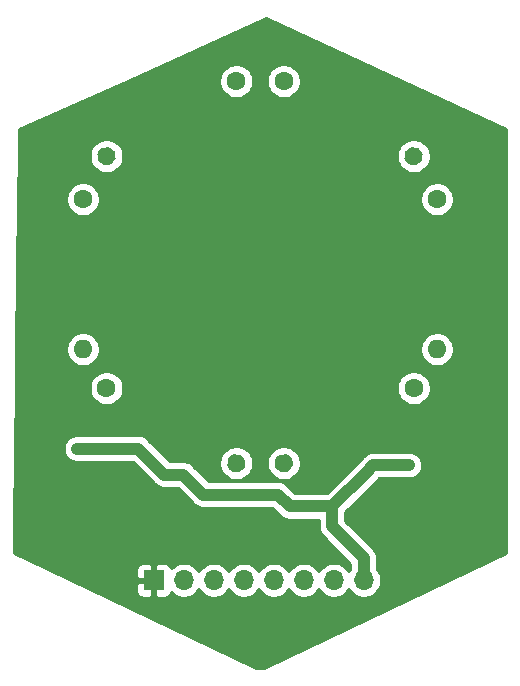
<source format=gbr>
%TF.GenerationSoftware,KiCad,Pcbnew,(5.1.8)-1*%
%TF.CreationDate,2021-03-10T15:31:21+00:00*%
%TF.ProjectId,Project_2_smaller,50726f6a-6563-4745-9f32-5f736d616c6c,rev?*%
%TF.SameCoordinates,Original*%
%TF.FileFunction,Copper,L4,Bot*%
%TF.FilePolarity,Positive*%
%FSLAX46Y46*%
G04 Gerber Fmt 4.6, Leading zero omitted, Abs format (unit mm)*
G04 Created by KiCad (PCBNEW (5.1.8)-1) date 2021-03-10 15:31:21*
%MOMM*%
%LPD*%
G01*
G04 APERTURE LIST*
%TA.AperFunction,ComponentPad*%
%ADD10R,1.700000X1.700000*%
%TD*%
%TA.AperFunction,ComponentPad*%
%ADD11O,1.700000X1.700000*%
%TD*%
%TA.AperFunction,ComponentPad*%
%ADD12O,1.600000X1.600000*%
%TD*%
%TA.AperFunction,ComponentPad*%
%ADD13C,1.600000*%
%TD*%
%TA.AperFunction,ViaPad*%
%ADD14C,1.000000*%
%TD*%
%TA.AperFunction,Conductor*%
%ADD15C,1.000000*%
%TD*%
%TA.AperFunction,Conductor*%
%ADD16C,0.254000*%
%TD*%
%TA.AperFunction,Conductor*%
%ADD17C,0.100000*%
%TD*%
G04 APERTURE END LIST*
D10*
%TO.P,J14,1*%
%TO.N,Earth*%
X131000000Y-81950000D03*
D11*
%TO.P,J14,2*%
%TO.N,/PWM1*%
X133540000Y-81950000D03*
%TO.P,J14,3*%
%TO.N,/PWM2*%
X136080000Y-81950000D03*
%TO.P,J14,4*%
%TO.N,/PWM3*%
X138620000Y-81950000D03*
%TO.P,J14,5*%
%TO.N,/PWM4*%
X141160000Y-81950000D03*
%TO.P,J14,6*%
%TO.N,/PWM5*%
X143700000Y-81950000D03*
%TO.P,J14,7*%
%TO.N,/PWM6*%
X146240000Y-81950000D03*
%TO.P,J14,8*%
%TO.N,+12V*%
X148780000Y-81950000D03*
%TD*%
D12*
%TO.P,R18,2*%
%TO.N,Net-(Q3-Pad2)*%
X125000000Y-62400000D03*
D13*
%TO.P,R18,1*%
%TO.N,Net-(D3-Pad2)*%
X125000000Y-49700000D03*
%TD*%
%TO.P,R19,1*%
%TO.N,Net-(D6-Pad2)*%
X127000000Y-65700000D03*
%TO.P,R19,2*%
%TO.N,Net-(Q4-Pad2)*%
%TA.AperFunction,ComponentPad*%
G36*
G01*
X137305703Y-71650000D02*
X137305703Y-71650000D01*
G75*
G02*
X138398523Y-71357180I692820J-400000D01*
G01*
X138398523Y-71357180D01*
G75*
G02*
X138691343Y-72450000I-400000J-692820D01*
G01*
X138691343Y-72450000D01*
G75*
G02*
X137598523Y-72742820I-692820J400000D01*
G01*
X137598523Y-72742820D01*
G75*
G02*
X137305703Y-71650000I400000J692820D01*
G01*
G37*
%TD.AperFunction*%
%TD*%
%TO.P,R20,1*%
%TO.N,Net-(D10-Pad2)*%
X153000000Y-65700000D03*
%TO.P,R20,2*%
%TO.N,Net-(Q5-Pad2)*%
%TA.AperFunction,ComponentPad*%
G36*
G01*
X142694297Y-71650000D02*
X142694297Y-71650000D01*
G75*
G02*
X142401477Y-72742820I-692820J-400000D01*
G01*
X142401477Y-72742820D01*
G75*
G02*
X141308657Y-72450000I-400000J692820D01*
G01*
X141308657Y-72450000D01*
G75*
G02*
X141601477Y-71357180I692820J400000D01*
G01*
X141601477Y-71357180D01*
G75*
G02*
X142694297Y-71650000I400000J-692820D01*
G01*
G37*
%TD.AperFunction*%
%TD*%
D12*
%TO.P,R21,2*%
%TO.N,Net-(Q6-Pad2)*%
X155000000Y-62400000D03*
D13*
%TO.P,R21,1*%
%TO.N,Net-(D12-Pad2)*%
X155000000Y-49700000D03*
%TD*%
%TO.P,R22,1*%
%TO.N,Net-(D15-Pad2)*%
X142000000Y-39700000D03*
%TO.P,R22,2*%
%TO.N,Net-(Q7-Pad2)*%
%TA.AperFunction,ComponentPad*%
G36*
G01*
X152305703Y-45650000D02*
X152305703Y-45650000D01*
G75*
G02*
X153398523Y-45357180I692820J-400000D01*
G01*
X153398523Y-45357180D01*
G75*
G02*
X153691343Y-46450000I-400000J-692820D01*
G01*
X153691343Y-46450000D01*
G75*
G02*
X152598523Y-46742820I-692820J400000D01*
G01*
X152598523Y-46742820D01*
G75*
G02*
X152305703Y-45650000I400000J692820D01*
G01*
G37*
%TD.AperFunction*%
%TD*%
%TO.P,R23,2*%
%TO.N,Net-(Q8-Pad2)*%
%TA.AperFunction,ComponentPad*%
G36*
G01*
X127694297Y-45650000D02*
X127694297Y-45650000D01*
G75*
G02*
X127401477Y-46742820I-692820J-400000D01*
G01*
X127401477Y-46742820D01*
G75*
G02*
X126308657Y-46450000I-400000J692820D01*
G01*
X126308657Y-46450000D01*
G75*
G02*
X126601477Y-45357180I692820J400000D01*
G01*
X126601477Y-45357180D01*
G75*
G02*
X127694297Y-45650000I400000J-692820D01*
G01*
G37*
%TD.AperFunction*%
%TO.P,R23,1*%
%TO.N,Net-(D18-Pad2)*%
X138000000Y-39700000D03*
%TD*%
D14*
%TO.N,Earth*%
X142800000Y-55900000D03*
%TO.N,+12V*%
X142500000Y-75700000D03*
X149400000Y-72400000D03*
X152600000Y-72200000D03*
X135200000Y-74700000D03*
X131900000Y-73000000D03*
X124500000Y-70800000D03*
%TD*%
D15*
%TO.N,+12V*%
X129700000Y-70800000D02*
X131900000Y-73000000D01*
X124500000Y-70800000D02*
X129700000Y-70800000D01*
X133500000Y-73000000D02*
X135200000Y-74700000D01*
X131900000Y-73000000D02*
X133500000Y-73000000D01*
X141500000Y-74700000D02*
X142500000Y-75700000D01*
X135200000Y-74700000D02*
X141500000Y-74700000D01*
X142500000Y-75700000D02*
X146100000Y-75700000D01*
X149600000Y-72200000D02*
X149050000Y-72750000D01*
X152600000Y-72200000D02*
X149600000Y-72200000D01*
X149050000Y-72750000D02*
X149400000Y-72400000D01*
X146100000Y-75700000D02*
X149050000Y-72750000D01*
X146100000Y-75700000D02*
X146100000Y-77400000D01*
X148780000Y-80080000D02*
X148780000Y-81950000D01*
X146100000Y-77400000D02*
X148780000Y-80080000D01*
%TD*%
D16*
%TO.N,Earth*%
X160840000Y-43765827D02*
X160840001Y-79635526D01*
X140371634Y-89382368D01*
X139654373Y-89394752D01*
X125805395Y-82800000D01*
X129511928Y-82800000D01*
X129524188Y-82924482D01*
X129560498Y-83044180D01*
X129619463Y-83154494D01*
X129698815Y-83251185D01*
X129795506Y-83330537D01*
X129905820Y-83389502D01*
X130025518Y-83425812D01*
X130150000Y-83438072D01*
X130714250Y-83435000D01*
X130873000Y-83276250D01*
X130873000Y-82077000D01*
X129673750Y-82077000D01*
X129515000Y-82235750D01*
X129511928Y-82800000D01*
X125805395Y-82800000D01*
X122235396Y-81100000D01*
X129511928Y-81100000D01*
X129515000Y-81664250D01*
X129673750Y-81823000D01*
X130873000Y-81823000D01*
X130873000Y-80623750D01*
X130714250Y-80465000D01*
X130150000Y-80461928D01*
X130025518Y-80474188D01*
X129905820Y-80510498D01*
X129795506Y-80569463D01*
X129698815Y-80648815D01*
X129619463Y-80745506D01*
X129560498Y-80855820D01*
X129524188Y-80975518D01*
X129511928Y-81100000D01*
X122235396Y-81100000D01*
X119160000Y-79635526D01*
X119160000Y-77324911D01*
X119250623Y-70800000D01*
X123359509Y-70800000D01*
X123365000Y-70855752D01*
X123365000Y-70911788D01*
X123375932Y-70966747D01*
X123381423Y-71022499D01*
X123397685Y-71076106D01*
X123408617Y-71131067D01*
X123430063Y-71182842D01*
X123446324Y-71236447D01*
X123472731Y-71285851D01*
X123494176Y-71337624D01*
X123525307Y-71384214D01*
X123551716Y-71433623D01*
X123587259Y-71476932D01*
X123618388Y-71523520D01*
X123658009Y-71563141D01*
X123693551Y-71606449D01*
X123736859Y-71641991D01*
X123776480Y-71681612D01*
X123823068Y-71712741D01*
X123866377Y-71748284D01*
X123915786Y-71774693D01*
X123962376Y-71805824D01*
X124014149Y-71827269D01*
X124063553Y-71853676D01*
X124117158Y-71869937D01*
X124168933Y-71891383D01*
X124223894Y-71902315D01*
X124277501Y-71918577D01*
X124333253Y-71924068D01*
X124388212Y-71935000D01*
X129229869Y-71935000D01*
X131018388Y-73723520D01*
X131058009Y-73763141D01*
X131093551Y-73806449D01*
X131136859Y-73841991D01*
X131176480Y-73881612D01*
X131223070Y-73912742D01*
X131266377Y-73948284D01*
X131315786Y-73974693D01*
X131362376Y-74005824D01*
X131414149Y-74027269D01*
X131463553Y-74053676D01*
X131517158Y-74069937D01*
X131568933Y-74091383D01*
X131623894Y-74102315D01*
X131677501Y-74118577D01*
X131733253Y-74124068D01*
X131788212Y-74135000D01*
X131844248Y-74135000D01*
X131900000Y-74140491D01*
X131955752Y-74135000D01*
X133029869Y-74135000D01*
X134318388Y-75423520D01*
X134358009Y-75463141D01*
X134393551Y-75506449D01*
X134436859Y-75541991D01*
X134476480Y-75581612D01*
X134523068Y-75612741D01*
X134566377Y-75648284D01*
X134615786Y-75674693D01*
X134662376Y-75705824D01*
X134714151Y-75727270D01*
X134763553Y-75753676D01*
X134817158Y-75769937D01*
X134868933Y-75791383D01*
X134923894Y-75802315D01*
X134977501Y-75818577D01*
X135033253Y-75824068D01*
X135088212Y-75835000D01*
X135144248Y-75835000D01*
X135199999Y-75840491D01*
X135255751Y-75835000D01*
X141029868Y-75835000D01*
X141658013Y-76463145D01*
X141693551Y-76506449D01*
X141736854Y-76541987D01*
X141736856Y-76541989D01*
X141736862Y-76541994D01*
X141776480Y-76581612D01*
X141823067Y-76612741D01*
X141866377Y-76648284D01*
X141915786Y-76674693D01*
X141962376Y-76705824D01*
X142014149Y-76727269D01*
X142063553Y-76753676D01*
X142117158Y-76769937D01*
X142168933Y-76791383D01*
X142223894Y-76802315D01*
X142277501Y-76818577D01*
X142333253Y-76824068D01*
X142388212Y-76835000D01*
X142444248Y-76835000D01*
X142500000Y-76840491D01*
X142555752Y-76835000D01*
X144965000Y-76835000D01*
X144965000Y-77344249D01*
X144959509Y-77400000D01*
X144981423Y-77622498D01*
X145046324Y-77836446D01*
X145046325Y-77836447D01*
X145151717Y-78033623D01*
X145293552Y-78206449D01*
X145336860Y-78241991D01*
X147645000Y-80550132D01*
X147645000Y-80984893D01*
X147626525Y-81003368D01*
X147510000Y-81177760D01*
X147393475Y-81003368D01*
X147186632Y-80796525D01*
X146943411Y-80634010D01*
X146673158Y-80522068D01*
X146386260Y-80465000D01*
X146093740Y-80465000D01*
X145806842Y-80522068D01*
X145536589Y-80634010D01*
X145293368Y-80796525D01*
X145086525Y-81003368D01*
X144970000Y-81177760D01*
X144853475Y-81003368D01*
X144646632Y-80796525D01*
X144403411Y-80634010D01*
X144133158Y-80522068D01*
X143846260Y-80465000D01*
X143553740Y-80465000D01*
X143266842Y-80522068D01*
X142996589Y-80634010D01*
X142753368Y-80796525D01*
X142546525Y-81003368D01*
X142430000Y-81177760D01*
X142313475Y-81003368D01*
X142106632Y-80796525D01*
X141863411Y-80634010D01*
X141593158Y-80522068D01*
X141306260Y-80465000D01*
X141013740Y-80465000D01*
X140726842Y-80522068D01*
X140456589Y-80634010D01*
X140213368Y-80796525D01*
X140006525Y-81003368D01*
X139890000Y-81177760D01*
X139773475Y-81003368D01*
X139566632Y-80796525D01*
X139323411Y-80634010D01*
X139053158Y-80522068D01*
X138766260Y-80465000D01*
X138473740Y-80465000D01*
X138186842Y-80522068D01*
X137916589Y-80634010D01*
X137673368Y-80796525D01*
X137466525Y-81003368D01*
X137350000Y-81177760D01*
X137233475Y-81003368D01*
X137026632Y-80796525D01*
X136783411Y-80634010D01*
X136513158Y-80522068D01*
X136226260Y-80465000D01*
X135933740Y-80465000D01*
X135646842Y-80522068D01*
X135376589Y-80634010D01*
X135133368Y-80796525D01*
X134926525Y-81003368D01*
X134810000Y-81177760D01*
X134693475Y-81003368D01*
X134486632Y-80796525D01*
X134243411Y-80634010D01*
X133973158Y-80522068D01*
X133686260Y-80465000D01*
X133393740Y-80465000D01*
X133106842Y-80522068D01*
X132836589Y-80634010D01*
X132593368Y-80796525D01*
X132461513Y-80928380D01*
X132439502Y-80855820D01*
X132380537Y-80745506D01*
X132301185Y-80648815D01*
X132204494Y-80569463D01*
X132094180Y-80510498D01*
X131974482Y-80474188D01*
X131850000Y-80461928D01*
X131285750Y-80465000D01*
X131127000Y-80623750D01*
X131127000Y-81823000D01*
X131147000Y-81823000D01*
X131147000Y-82077000D01*
X131127000Y-82077000D01*
X131127000Y-83276250D01*
X131285750Y-83435000D01*
X131850000Y-83438072D01*
X131974482Y-83425812D01*
X132094180Y-83389502D01*
X132204494Y-83330537D01*
X132301185Y-83251185D01*
X132380537Y-83154494D01*
X132439502Y-83044180D01*
X132461513Y-82971620D01*
X132593368Y-83103475D01*
X132836589Y-83265990D01*
X133106842Y-83377932D01*
X133393740Y-83435000D01*
X133686260Y-83435000D01*
X133973158Y-83377932D01*
X134243411Y-83265990D01*
X134486632Y-83103475D01*
X134693475Y-82896632D01*
X134810000Y-82722240D01*
X134926525Y-82896632D01*
X135133368Y-83103475D01*
X135376589Y-83265990D01*
X135646842Y-83377932D01*
X135933740Y-83435000D01*
X136226260Y-83435000D01*
X136513158Y-83377932D01*
X136783411Y-83265990D01*
X137026632Y-83103475D01*
X137233475Y-82896632D01*
X137350000Y-82722240D01*
X137466525Y-82896632D01*
X137673368Y-83103475D01*
X137916589Y-83265990D01*
X138186842Y-83377932D01*
X138473740Y-83435000D01*
X138766260Y-83435000D01*
X139053158Y-83377932D01*
X139323411Y-83265990D01*
X139566632Y-83103475D01*
X139773475Y-82896632D01*
X139890000Y-82722240D01*
X140006525Y-82896632D01*
X140213368Y-83103475D01*
X140456589Y-83265990D01*
X140726842Y-83377932D01*
X141013740Y-83435000D01*
X141306260Y-83435000D01*
X141593158Y-83377932D01*
X141863411Y-83265990D01*
X142106632Y-83103475D01*
X142313475Y-82896632D01*
X142430000Y-82722240D01*
X142546525Y-82896632D01*
X142753368Y-83103475D01*
X142996589Y-83265990D01*
X143266842Y-83377932D01*
X143553740Y-83435000D01*
X143846260Y-83435000D01*
X144133158Y-83377932D01*
X144403411Y-83265990D01*
X144646632Y-83103475D01*
X144853475Y-82896632D01*
X144970000Y-82722240D01*
X145086525Y-82896632D01*
X145293368Y-83103475D01*
X145536589Y-83265990D01*
X145806842Y-83377932D01*
X146093740Y-83435000D01*
X146386260Y-83435000D01*
X146673158Y-83377932D01*
X146943411Y-83265990D01*
X147186632Y-83103475D01*
X147393475Y-82896632D01*
X147510000Y-82722240D01*
X147626525Y-82896632D01*
X147833368Y-83103475D01*
X148076589Y-83265990D01*
X148346842Y-83377932D01*
X148633740Y-83435000D01*
X148926260Y-83435000D01*
X149213158Y-83377932D01*
X149483411Y-83265990D01*
X149726632Y-83103475D01*
X149933475Y-82896632D01*
X150095990Y-82653411D01*
X150207932Y-82383158D01*
X150265000Y-82096260D01*
X150265000Y-81803740D01*
X150207932Y-81516842D01*
X150095990Y-81246589D01*
X149933475Y-81003368D01*
X149915000Y-80984893D01*
X149915000Y-80135741D01*
X149920490Y-80079999D01*
X149915000Y-80024257D01*
X149915000Y-80024248D01*
X149898577Y-79857501D01*
X149833676Y-79643553D01*
X149728284Y-79446377D01*
X149586449Y-79273551D01*
X149543141Y-79238009D01*
X147235000Y-76929869D01*
X147235000Y-76170131D01*
X149891988Y-73513144D01*
X149891993Y-73513138D01*
X150070131Y-73335000D01*
X152711788Y-73335000D01*
X152766747Y-73324068D01*
X152822499Y-73318577D01*
X152876106Y-73302315D01*
X152931067Y-73291383D01*
X152982842Y-73269937D01*
X153036447Y-73253676D01*
X153085851Y-73227269D01*
X153137624Y-73205824D01*
X153184214Y-73174693D01*
X153233623Y-73148284D01*
X153276932Y-73112741D01*
X153323520Y-73081612D01*
X153363141Y-73041991D01*
X153406449Y-73006449D01*
X153441991Y-72963141D01*
X153481612Y-72923520D01*
X153512741Y-72876932D01*
X153548284Y-72833623D01*
X153574693Y-72784214D01*
X153605824Y-72737624D01*
X153627269Y-72685851D01*
X153653676Y-72636447D01*
X153669937Y-72582842D01*
X153691383Y-72531067D01*
X153702315Y-72476106D01*
X153718577Y-72422499D01*
X153724068Y-72366747D01*
X153735000Y-72311788D01*
X153735000Y-72255752D01*
X153740491Y-72200000D01*
X153735000Y-72144248D01*
X153735000Y-72088212D01*
X153724068Y-72033253D01*
X153718577Y-71977501D01*
X153702315Y-71923894D01*
X153691383Y-71868933D01*
X153669937Y-71817158D01*
X153653676Y-71763553D01*
X153627269Y-71714149D01*
X153605824Y-71662376D01*
X153574693Y-71615786D01*
X153548284Y-71566377D01*
X153512741Y-71523068D01*
X153481612Y-71476480D01*
X153441991Y-71436859D01*
X153406449Y-71393551D01*
X153363141Y-71358009D01*
X153323520Y-71318388D01*
X153276932Y-71287259D01*
X153233623Y-71251716D01*
X153184214Y-71225307D01*
X153137624Y-71194176D01*
X153085851Y-71172731D01*
X153036447Y-71146324D01*
X152982842Y-71130063D01*
X152931067Y-71108617D01*
X152876106Y-71097685D01*
X152822499Y-71081423D01*
X152766747Y-71075932D01*
X152711788Y-71065000D01*
X149655741Y-71065000D01*
X149599999Y-71059510D01*
X149544257Y-71065000D01*
X149544248Y-71065000D01*
X149377501Y-71081423D01*
X149163553Y-71146324D01*
X148966377Y-71251716D01*
X148793551Y-71393551D01*
X148758004Y-71436865D01*
X148676483Y-71518386D01*
X148676480Y-71518388D01*
X148518388Y-71676480D01*
X148518386Y-71676483D01*
X148286862Y-71908007D01*
X148286856Y-71908012D01*
X145629869Y-74565000D01*
X142970132Y-74565000D01*
X142341995Y-73936864D01*
X142306449Y-73893551D01*
X142133623Y-73751716D01*
X141936447Y-73646324D01*
X141722499Y-73581423D01*
X141555752Y-73565000D01*
X141555751Y-73565000D01*
X141500000Y-73559509D01*
X141444249Y-73565000D01*
X135670132Y-73565000D01*
X134341996Y-72236865D01*
X134306449Y-72193551D01*
X134133623Y-72051716D01*
X133936447Y-71946324D01*
X133812304Y-71908665D01*
X136563523Y-71908665D01*
X136563523Y-72191335D01*
X136618670Y-72468574D01*
X136726843Y-72729727D01*
X136883886Y-72964759D01*
X137083764Y-73164637D01*
X137318796Y-73321680D01*
X137579949Y-73429853D01*
X137857188Y-73485000D01*
X138139858Y-73485000D01*
X138417097Y-73429853D01*
X138678250Y-73321680D01*
X138913282Y-73164637D01*
X139113160Y-72964759D01*
X139270203Y-72729727D01*
X139378376Y-72468574D01*
X139433523Y-72191335D01*
X139433523Y-71908665D01*
X140566477Y-71908665D01*
X140566477Y-72191335D01*
X140621624Y-72468574D01*
X140729797Y-72729727D01*
X140886840Y-72964759D01*
X141086718Y-73164637D01*
X141321750Y-73321680D01*
X141582903Y-73429853D01*
X141860142Y-73485000D01*
X142142812Y-73485000D01*
X142420051Y-73429853D01*
X142681204Y-73321680D01*
X142916236Y-73164637D01*
X143116114Y-72964759D01*
X143273157Y-72729727D01*
X143381330Y-72468574D01*
X143436477Y-72191335D01*
X143436477Y-71908665D01*
X143381330Y-71631426D01*
X143273157Y-71370273D01*
X143116114Y-71135241D01*
X142916236Y-70935363D01*
X142681204Y-70778320D01*
X142420051Y-70670147D01*
X142142812Y-70615000D01*
X141860142Y-70615000D01*
X141582903Y-70670147D01*
X141321750Y-70778320D01*
X141086718Y-70935363D01*
X140886840Y-71135241D01*
X140729797Y-71370273D01*
X140621624Y-71631426D01*
X140566477Y-71908665D01*
X139433523Y-71908665D01*
X139378376Y-71631426D01*
X139270203Y-71370273D01*
X139113160Y-71135241D01*
X138913282Y-70935363D01*
X138678250Y-70778320D01*
X138417097Y-70670147D01*
X138139858Y-70615000D01*
X137857188Y-70615000D01*
X137579949Y-70670147D01*
X137318796Y-70778320D01*
X137083764Y-70935363D01*
X136883886Y-71135241D01*
X136726843Y-71370273D01*
X136618670Y-71631426D01*
X136563523Y-71908665D01*
X133812304Y-71908665D01*
X133722499Y-71881423D01*
X133555752Y-71865000D01*
X133555751Y-71865000D01*
X133500000Y-71859509D01*
X133444249Y-71865000D01*
X132370132Y-71865000D01*
X130541996Y-70036865D01*
X130506449Y-69993551D01*
X130333623Y-69851716D01*
X130136447Y-69746324D01*
X129922499Y-69681423D01*
X129755752Y-69665000D01*
X129755751Y-69665000D01*
X129700000Y-69659509D01*
X129644249Y-69665000D01*
X124388212Y-69665000D01*
X124333253Y-69675932D01*
X124277501Y-69681423D01*
X124223894Y-69697685D01*
X124168933Y-69708617D01*
X124117158Y-69730063D01*
X124063553Y-69746324D01*
X124014149Y-69772731D01*
X123962376Y-69794176D01*
X123915786Y-69825307D01*
X123866377Y-69851716D01*
X123823068Y-69887259D01*
X123776480Y-69918388D01*
X123736859Y-69958009D01*
X123693551Y-69993551D01*
X123658009Y-70036859D01*
X123618388Y-70076480D01*
X123587259Y-70123068D01*
X123551716Y-70166377D01*
X123525307Y-70215786D01*
X123494176Y-70262376D01*
X123472731Y-70314149D01*
X123446324Y-70363553D01*
X123430063Y-70417158D01*
X123408617Y-70468933D01*
X123397685Y-70523894D01*
X123381423Y-70577501D01*
X123375932Y-70633253D01*
X123365000Y-70688212D01*
X123365000Y-70744248D01*
X123359509Y-70800000D01*
X119250623Y-70800000D01*
X119323418Y-65558665D01*
X125565000Y-65558665D01*
X125565000Y-65841335D01*
X125620147Y-66118574D01*
X125728320Y-66379727D01*
X125885363Y-66614759D01*
X126085241Y-66814637D01*
X126320273Y-66971680D01*
X126581426Y-67079853D01*
X126858665Y-67135000D01*
X127141335Y-67135000D01*
X127418574Y-67079853D01*
X127679727Y-66971680D01*
X127914759Y-66814637D01*
X128114637Y-66614759D01*
X128271680Y-66379727D01*
X128379853Y-66118574D01*
X128435000Y-65841335D01*
X128435000Y-65558665D01*
X151565000Y-65558665D01*
X151565000Y-65841335D01*
X151620147Y-66118574D01*
X151728320Y-66379727D01*
X151885363Y-66614759D01*
X152085241Y-66814637D01*
X152320273Y-66971680D01*
X152581426Y-67079853D01*
X152858665Y-67135000D01*
X153141335Y-67135000D01*
X153418574Y-67079853D01*
X153679727Y-66971680D01*
X153914759Y-66814637D01*
X154114637Y-66614759D01*
X154271680Y-66379727D01*
X154379853Y-66118574D01*
X154435000Y-65841335D01*
X154435000Y-65558665D01*
X154379853Y-65281426D01*
X154271680Y-65020273D01*
X154114637Y-64785241D01*
X153914759Y-64585363D01*
X153679727Y-64428320D01*
X153418574Y-64320147D01*
X153141335Y-64265000D01*
X152858665Y-64265000D01*
X152581426Y-64320147D01*
X152320273Y-64428320D01*
X152085241Y-64585363D01*
X151885363Y-64785241D01*
X151728320Y-65020273D01*
X151620147Y-65281426D01*
X151565000Y-65558665D01*
X128435000Y-65558665D01*
X128379853Y-65281426D01*
X128271680Y-65020273D01*
X128114637Y-64785241D01*
X127914759Y-64585363D01*
X127679727Y-64428320D01*
X127418574Y-64320147D01*
X127141335Y-64265000D01*
X126858665Y-64265000D01*
X126581426Y-64320147D01*
X126320273Y-64428320D01*
X126085241Y-64585363D01*
X125885363Y-64785241D01*
X125728320Y-65020273D01*
X125620147Y-65281426D01*
X125565000Y-65558665D01*
X119323418Y-65558665D01*
X119369252Y-62258665D01*
X123565000Y-62258665D01*
X123565000Y-62541335D01*
X123620147Y-62818574D01*
X123728320Y-63079727D01*
X123885363Y-63314759D01*
X124085241Y-63514637D01*
X124320273Y-63671680D01*
X124581426Y-63779853D01*
X124858665Y-63835000D01*
X125141335Y-63835000D01*
X125418574Y-63779853D01*
X125679727Y-63671680D01*
X125914759Y-63514637D01*
X126114637Y-63314759D01*
X126271680Y-63079727D01*
X126379853Y-62818574D01*
X126435000Y-62541335D01*
X126435000Y-62258665D01*
X153565000Y-62258665D01*
X153565000Y-62541335D01*
X153620147Y-62818574D01*
X153728320Y-63079727D01*
X153885363Y-63314759D01*
X154085241Y-63514637D01*
X154320273Y-63671680D01*
X154581426Y-63779853D01*
X154858665Y-63835000D01*
X155141335Y-63835000D01*
X155418574Y-63779853D01*
X155679727Y-63671680D01*
X155914759Y-63514637D01*
X156114637Y-63314759D01*
X156271680Y-63079727D01*
X156379853Y-62818574D01*
X156435000Y-62541335D01*
X156435000Y-62258665D01*
X156379853Y-61981426D01*
X156271680Y-61720273D01*
X156114637Y-61485241D01*
X155914759Y-61285363D01*
X155679727Y-61128320D01*
X155418574Y-61020147D01*
X155141335Y-60965000D01*
X154858665Y-60965000D01*
X154581426Y-61020147D01*
X154320273Y-61128320D01*
X154085241Y-61285363D01*
X153885363Y-61485241D01*
X153728320Y-61720273D01*
X153620147Y-61981426D01*
X153565000Y-62258665D01*
X126435000Y-62258665D01*
X126379853Y-61981426D01*
X126271680Y-61720273D01*
X126114637Y-61485241D01*
X125914759Y-61285363D01*
X125679727Y-61128320D01*
X125418574Y-61020147D01*
X125141335Y-60965000D01*
X124858665Y-60965000D01*
X124581426Y-61020147D01*
X124320273Y-61128320D01*
X124085241Y-61285363D01*
X123885363Y-61485241D01*
X123728320Y-61720273D01*
X123620147Y-61981426D01*
X123565000Y-62258665D01*
X119369252Y-62258665D01*
X119545641Y-49558665D01*
X123565000Y-49558665D01*
X123565000Y-49841335D01*
X123620147Y-50118574D01*
X123728320Y-50379727D01*
X123885363Y-50614759D01*
X124085241Y-50814637D01*
X124320273Y-50971680D01*
X124581426Y-51079853D01*
X124858665Y-51135000D01*
X125141335Y-51135000D01*
X125418574Y-51079853D01*
X125679727Y-50971680D01*
X125914759Y-50814637D01*
X126114637Y-50614759D01*
X126271680Y-50379727D01*
X126379853Y-50118574D01*
X126435000Y-49841335D01*
X126435000Y-49558665D01*
X153565000Y-49558665D01*
X153565000Y-49841335D01*
X153620147Y-50118574D01*
X153728320Y-50379727D01*
X153885363Y-50614759D01*
X154085241Y-50814637D01*
X154320273Y-50971680D01*
X154581426Y-51079853D01*
X154858665Y-51135000D01*
X155141335Y-51135000D01*
X155418574Y-51079853D01*
X155679727Y-50971680D01*
X155914759Y-50814637D01*
X156114637Y-50614759D01*
X156271680Y-50379727D01*
X156379853Y-50118574D01*
X156435000Y-49841335D01*
X156435000Y-49558665D01*
X156379853Y-49281426D01*
X156271680Y-49020273D01*
X156114637Y-48785241D01*
X155914759Y-48585363D01*
X155679727Y-48428320D01*
X155418574Y-48320147D01*
X155141335Y-48265000D01*
X154858665Y-48265000D01*
X154581426Y-48320147D01*
X154320273Y-48428320D01*
X154085241Y-48585363D01*
X153885363Y-48785241D01*
X153728320Y-49020273D01*
X153620147Y-49281426D01*
X153565000Y-49558665D01*
X126435000Y-49558665D01*
X126379853Y-49281426D01*
X126271680Y-49020273D01*
X126114637Y-48785241D01*
X125914759Y-48585363D01*
X125679727Y-48428320D01*
X125418574Y-48320147D01*
X125141335Y-48265000D01*
X124858665Y-48265000D01*
X124581426Y-48320147D01*
X124320273Y-48428320D01*
X124085241Y-48585363D01*
X123885363Y-48785241D01*
X123728320Y-49020273D01*
X123620147Y-49281426D01*
X123565000Y-49558665D01*
X119545641Y-49558665D01*
X119596335Y-45908665D01*
X125566477Y-45908665D01*
X125566477Y-46191335D01*
X125621624Y-46468574D01*
X125729797Y-46729727D01*
X125886840Y-46964759D01*
X126086718Y-47164637D01*
X126321750Y-47321680D01*
X126582903Y-47429853D01*
X126860142Y-47485000D01*
X127142812Y-47485000D01*
X127420051Y-47429853D01*
X127681204Y-47321680D01*
X127916236Y-47164637D01*
X128116114Y-46964759D01*
X128273157Y-46729727D01*
X128381330Y-46468574D01*
X128436477Y-46191335D01*
X128436477Y-45908665D01*
X151563523Y-45908665D01*
X151563523Y-46191335D01*
X151618670Y-46468574D01*
X151726843Y-46729727D01*
X151883886Y-46964759D01*
X152083764Y-47164637D01*
X152318796Y-47321680D01*
X152579949Y-47429853D01*
X152857188Y-47485000D01*
X153139858Y-47485000D01*
X153417097Y-47429853D01*
X153678250Y-47321680D01*
X153913282Y-47164637D01*
X154113160Y-46964759D01*
X154270203Y-46729727D01*
X154378376Y-46468574D01*
X154433523Y-46191335D01*
X154433523Y-45908665D01*
X154378376Y-45631426D01*
X154270203Y-45370273D01*
X154113160Y-45135241D01*
X153913282Y-44935363D01*
X153678250Y-44778320D01*
X153417097Y-44670147D01*
X153139858Y-44615000D01*
X152857188Y-44615000D01*
X152579949Y-44670147D01*
X152318796Y-44778320D01*
X152083764Y-44935363D01*
X151883886Y-45135241D01*
X151726843Y-45370273D01*
X151618670Y-45631426D01*
X151563523Y-45908665D01*
X128436477Y-45908665D01*
X128381330Y-45631426D01*
X128273157Y-45370273D01*
X128116114Y-45135241D01*
X127916236Y-44935363D01*
X127681204Y-44778320D01*
X127420051Y-44670147D01*
X127142812Y-44615000D01*
X126860142Y-44615000D01*
X126582903Y-44670147D01*
X126321750Y-44778320D01*
X126086718Y-44935363D01*
X125886840Y-45135241D01*
X125729797Y-45370273D01*
X125621624Y-45631426D01*
X125566477Y-45908665D01*
X119596335Y-45908665D01*
X119625867Y-43782451D01*
X128962657Y-39558665D01*
X136565000Y-39558665D01*
X136565000Y-39841335D01*
X136620147Y-40118574D01*
X136728320Y-40379727D01*
X136885363Y-40614759D01*
X137085241Y-40814637D01*
X137320273Y-40971680D01*
X137581426Y-41079853D01*
X137858665Y-41135000D01*
X138141335Y-41135000D01*
X138418574Y-41079853D01*
X138679727Y-40971680D01*
X138914759Y-40814637D01*
X139114637Y-40614759D01*
X139271680Y-40379727D01*
X139379853Y-40118574D01*
X139435000Y-39841335D01*
X139435000Y-39558665D01*
X140565000Y-39558665D01*
X140565000Y-39841335D01*
X140620147Y-40118574D01*
X140728320Y-40379727D01*
X140885363Y-40614759D01*
X141085241Y-40814637D01*
X141320273Y-40971680D01*
X141581426Y-41079853D01*
X141858665Y-41135000D01*
X142141335Y-41135000D01*
X142418574Y-41079853D01*
X142679727Y-40971680D01*
X142914759Y-40814637D01*
X143114637Y-40614759D01*
X143271680Y-40379727D01*
X143379853Y-40118574D01*
X143435000Y-39841335D01*
X143435000Y-39558665D01*
X143379853Y-39281426D01*
X143271680Y-39020273D01*
X143114637Y-38785241D01*
X142914759Y-38585363D01*
X142679727Y-38428320D01*
X142418574Y-38320147D01*
X142141335Y-38265000D01*
X141858665Y-38265000D01*
X141581426Y-38320147D01*
X141320273Y-38428320D01*
X141085241Y-38585363D01*
X140885363Y-38785241D01*
X140728320Y-39020273D01*
X140620147Y-39281426D01*
X140565000Y-39558665D01*
X139435000Y-39558665D01*
X139379853Y-39281426D01*
X139271680Y-39020273D01*
X139114637Y-38785241D01*
X138914759Y-38585363D01*
X138679727Y-38428320D01*
X138418574Y-38320147D01*
X138141335Y-38265000D01*
X137858665Y-38265000D01*
X137581426Y-38320147D01*
X137320273Y-38428320D01*
X137085241Y-38585363D01*
X136885363Y-38785241D01*
X136728320Y-39020273D01*
X136620147Y-39281426D01*
X136565000Y-39558665D01*
X128962657Y-39558665D01*
X140499363Y-34339679D01*
X160840000Y-43765827D01*
%TA.AperFunction,Conductor*%
D17*
G36*
X160840000Y-43765827D02*
G01*
X160840001Y-79635526D01*
X140371634Y-89382368D01*
X139654373Y-89394752D01*
X125805395Y-82800000D01*
X129511928Y-82800000D01*
X129524188Y-82924482D01*
X129560498Y-83044180D01*
X129619463Y-83154494D01*
X129698815Y-83251185D01*
X129795506Y-83330537D01*
X129905820Y-83389502D01*
X130025518Y-83425812D01*
X130150000Y-83438072D01*
X130714250Y-83435000D01*
X130873000Y-83276250D01*
X130873000Y-82077000D01*
X129673750Y-82077000D01*
X129515000Y-82235750D01*
X129511928Y-82800000D01*
X125805395Y-82800000D01*
X122235396Y-81100000D01*
X129511928Y-81100000D01*
X129515000Y-81664250D01*
X129673750Y-81823000D01*
X130873000Y-81823000D01*
X130873000Y-80623750D01*
X130714250Y-80465000D01*
X130150000Y-80461928D01*
X130025518Y-80474188D01*
X129905820Y-80510498D01*
X129795506Y-80569463D01*
X129698815Y-80648815D01*
X129619463Y-80745506D01*
X129560498Y-80855820D01*
X129524188Y-80975518D01*
X129511928Y-81100000D01*
X122235396Y-81100000D01*
X119160000Y-79635526D01*
X119160000Y-77324911D01*
X119250623Y-70800000D01*
X123359509Y-70800000D01*
X123365000Y-70855752D01*
X123365000Y-70911788D01*
X123375932Y-70966747D01*
X123381423Y-71022499D01*
X123397685Y-71076106D01*
X123408617Y-71131067D01*
X123430063Y-71182842D01*
X123446324Y-71236447D01*
X123472731Y-71285851D01*
X123494176Y-71337624D01*
X123525307Y-71384214D01*
X123551716Y-71433623D01*
X123587259Y-71476932D01*
X123618388Y-71523520D01*
X123658009Y-71563141D01*
X123693551Y-71606449D01*
X123736859Y-71641991D01*
X123776480Y-71681612D01*
X123823068Y-71712741D01*
X123866377Y-71748284D01*
X123915786Y-71774693D01*
X123962376Y-71805824D01*
X124014149Y-71827269D01*
X124063553Y-71853676D01*
X124117158Y-71869937D01*
X124168933Y-71891383D01*
X124223894Y-71902315D01*
X124277501Y-71918577D01*
X124333253Y-71924068D01*
X124388212Y-71935000D01*
X129229869Y-71935000D01*
X131018388Y-73723520D01*
X131058009Y-73763141D01*
X131093551Y-73806449D01*
X131136859Y-73841991D01*
X131176480Y-73881612D01*
X131223070Y-73912742D01*
X131266377Y-73948284D01*
X131315786Y-73974693D01*
X131362376Y-74005824D01*
X131414149Y-74027269D01*
X131463553Y-74053676D01*
X131517158Y-74069937D01*
X131568933Y-74091383D01*
X131623894Y-74102315D01*
X131677501Y-74118577D01*
X131733253Y-74124068D01*
X131788212Y-74135000D01*
X131844248Y-74135000D01*
X131900000Y-74140491D01*
X131955752Y-74135000D01*
X133029869Y-74135000D01*
X134318388Y-75423520D01*
X134358009Y-75463141D01*
X134393551Y-75506449D01*
X134436859Y-75541991D01*
X134476480Y-75581612D01*
X134523068Y-75612741D01*
X134566377Y-75648284D01*
X134615786Y-75674693D01*
X134662376Y-75705824D01*
X134714151Y-75727270D01*
X134763553Y-75753676D01*
X134817158Y-75769937D01*
X134868933Y-75791383D01*
X134923894Y-75802315D01*
X134977501Y-75818577D01*
X135033253Y-75824068D01*
X135088212Y-75835000D01*
X135144248Y-75835000D01*
X135199999Y-75840491D01*
X135255751Y-75835000D01*
X141029868Y-75835000D01*
X141658013Y-76463145D01*
X141693551Y-76506449D01*
X141736854Y-76541987D01*
X141736856Y-76541989D01*
X141736862Y-76541994D01*
X141776480Y-76581612D01*
X141823067Y-76612741D01*
X141866377Y-76648284D01*
X141915786Y-76674693D01*
X141962376Y-76705824D01*
X142014149Y-76727269D01*
X142063553Y-76753676D01*
X142117158Y-76769937D01*
X142168933Y-76791383D01*
X142223894Y-76802315D01*
X142277501Y-76818577D01*
X142333253Y-76824068D01*
X142388212Y-76835000D01*
X142444248Y-76835000D01*
X142500000Y-76840491D01*
X142555752Y-76835000D01*
X144965000Y-76835000D01*
X144965000Y-77344249D01*
X144959509Y-77400000D01*
X144981423Y-77622498D01*
X145046324Y-77836446D01*
X145046325Y-77836447D01*
X145151717Y-78033623D01*
X145293552Y-78206449D01*
X145336860Y-78241991D01*
X147645000Y-80550132D01*
X147645000Y-80984893D01*
X147626525Y-81003368D01*
X147510000Y-81177760D01*
X147393475Y-81003368D01*
X147186632Y-80796525D01*
X146943411Y-80634010D01*
X146673158Y-80522068D01*
X146386260Y-80465000D01*
X146093740Y-80465000D01*
X145806842Y-80522068D01*
X145536589Y-80634010D01*
X145293368Y-80796525D01*
X145086525Y-81003368D01*
X144970000Y-81177760D01*
X144853475Y-81003368D01*
X144646632Y-80796525D01*
X144403411Y-80634010D01*
X144133158Y-80522068D01*
X143846260Y-80465000D01*
X143553740Y-80465000D01*
X143266842Y-80522068D01*
X142996589Y-80634010D01*
X142753368Y-80796525D01*
X142546525Y-81003368D01*
X142430000Y-81177760D01*
X142313475Y-81003368D01*
X142106632Y-80796525D01*
X141863411Y-80634010D01*
X141593158Y-80522068D01*
X141306260Y-80465000D01*
X141013740Y-80465000D01*
X140726842Y-80522068D01*
X140456589Y-80634010D01*
X140213368Y-80796525D01*
X140006525Y-81003368D01*
X139890000Y-81177760D01*
X139773475Y-81003368D01*
X139566632Y-80796525D01*
X139323411Y-80634010D01*
X139053158Y-80522068D01*
X138766260Y-80465000D01*
X138473740Y-80465000D01*
X138186842Y-80522068D01*
X137916589Y-80634010D01*
X137673368Y-80796525D01*
X137466525Y-81003368D01*
X137350000Y-81177760D01*
X137233475Y-81003368D01*
X137026632Y-80796525D01*
X136783411Y-80634010D01*
X136513158Y-80522068D01*
X136226260Y-80465000D01*
X135933740Y-80465000D01*
X135646842Y-80522068D01*
X135376589Y-80634010D01*
X135133368Y-80796525D01*
X134926525Y-81003368D01*
X134810000Y-81177760D01*
X134693475Y-81003368D01*
X134486632Y-80796525D01*
X134243411Y-80634010D01*
X133973158Y-80522068D01*
X133686260Y-80465000D01*
X133393740Y-80465000D01*
X133106842Y-80522068D01*
X132836589Y-80634010D01*
X132593368Y-80796525D01*
X132461513Y-80928380D01*
X132439502Y-80855820D01*
X132380537Y-80745506D01*
X132301185Y-80648815D01*
X132204494Y-80569463D01*
X132094180Y-80510498D01*
X131974482Y-80474188D01*
X131850000Y-80461928D01*
X131285750Y-80465000D01*
X131127000Y-80623750D01*
X131127000Y-81823000D01*
X131147000Y-81823000D01*
X131147000Y-82077000D01*
X131127000Y-82077000D01*
X131127000Y-83276250D01*
X131285750Y-83435000D01*
X131850000Y-83438072D01*
X131974482Y-83425812D01*
X132094180Y-83389502D01*
X132204494Y-83330537D01*
X132301185Y-83251185D01*
X132380537Y-83154494D01*
X132439502Y-83044180D01*
X132461513Y-82971620D01*
X132593368Y-83103475D01*
X132836589Y-83265990D01*
X133106842Y-83377932D01*
X133393740Y-83435000D01*
X133686260Y-83435000D01*
X133973158Y-83377932D01*
X134243411Y-83265990D01*
X134486632Y-83103475D01*
X134693475Y-82896632D01*
X134810000Y-82722240D01*
X134926525Y-82896632D01*
X135133368Y-83103475D01*
X135376589Y-83265990D01*
X135646842Y-83377932D01*
X135933740Y-83435000D01*
X136226260Y-83435000D01*
X136513158Y-83377932D01*
X136783411Y-83265990D01*
X137026632Y-83103475D01*
X137233475Y-82896632D01*
X137350000Y-82722240D01*
X137466525Y-82896632D01*
X137673368Y-83103475D01*
X137916589Y-83265990D01*
X138186842Y-83377932D01*
X138473740Y-83435000D01*
X138766260Y-83435000D01*
X139053158Y-83377932D01*
X139323411Y-83265990D01*
X139566632Y-83103475D01*
X139773475Y-82896632D01*
X139890000Y-82722240D01*
X140006525Y-82896632D01*
X140213368Y-83103475D01*
X140456589Y-83265990D01*
X140726842Y-83377932D01*
X141013740Y-83435000D01*
X141306260Y-83435000D01*
X141593158Y-83377932D01*
X141863411Y-83265990D01*
X142106632Y-83103475D01*
X142313475Y-82896632D01*
X142430000Y-82722240D01*
X142546525Y-82896632D01*
X142753368Y-83103475D01*
X142996589Y-83265990D01*
X143266842Y-83377932D01*
X143553740Y-83435000D01*
X143846260Y-83435000D01*
X144133158Y-83377932D01*
X144403411Y-83265990D01*
X144646632Y-83103475D01*
X144853475Y-82896632D01*
X144970000Y-82722240D01*
X145086525Y-82896632D01*
X145293368Y-83103475D01*
X145536589Y-83265990D01*
X145806842Y-83377932D01*
X146093740Y-83435000D01*
X146386260Y-83435000D01*
X146673158Y-83377932D01*
X146943411Y-83265990D01*
X147186632Y-83103475D01*
X147393475Y-82896632D01*
X147510000Y-82722240D01*
X147626525Y-82896632D01*
X147833368Y-83103475D01*
X148076589Y-83265990D01*
X148346842Y-83377932D01*
X148633740Y-83435000D01*
X148926260Y-83435000D01*
X149213158Y-83377932D01*
X149483411Y-83265990D01*
X149726632Y-83103475D01*
X149933475Y-82896632D01*
X150095990Y-82653411D01*
X150207932Y-82383158D01*
X150265000Y-82096260D01*
X150265000Y-81803740D01*
X150207932Y-81516842D01*
X150095990Y-81246589D01*
X149933475Y-81003368D01*
X149915000Y-80984893D01*
X149915000Y-80135741D01*
X149920490Y-80079999D01*
X149915000Y-80024257D01*
X149915000Y-80024248D01*
X149898577Y-79857501D01*
X149833676Y-79643553D01*
X149728284Y-79446377D01*
X149586449Y-79273551D01*
X149543141Y-79238009D01*
X147235000Y-76929869D01*
X147235000Y-76170131D01*
X149891988Y-73513144D01*
X149891993Y-73513138D01*
X150070131Y-73335000D01*
X152711788Y-73335000D01*
X152766747Y-73324068D01*
X152822499Y-73318577D01*
X152876106Y-73302315D01*
X152931067Y-73291383D01*
X152982842Y-73269937D01*
X153036447Y-73253676D01*
X153085851Y-73227269D01*
X153137624Y-73205824D01*
X153184214Y-73174693D01*
X153233623Y-73148284D01*
X153276932Y-73112741D01*
X153323520Y-73081612D01*
X153363141Y-73041991D01*
X153406449Y-73006449D01*
X153441991Y-72963141D01*
X153481612Y-72923520D01*
X153512741Y-72876932D01*
X153548284Y-72833623D01*
X153574693Y-72784214D01*
X153605824Y-72737624D01*
X153627269Y-72685851D01*
X153653676Y-72636447D01*
X153669937Y-72582842D01*
X153691383Y-72531067D01*
X153702315Y-72476106D01*
X153718577Y-72422499D01*
X153724068Y-72366747D01*
X153735000Y-72311788D01*
X153735000Y-72255752D01*
X153740491Y-72200000D01*
X153735000Y-72144248D01*
X153735000Y-72088212D01*
X153724068Y-72033253D01*
X153718577Y-71977501D01*
X153702315Y-71923894D01*
X153691383Y-71868933D01*
X153669937Y-71817158D01*
X153653676Y-71763553D01*
X153627269Y-71714149D01*
X153605824Y-71662376D01*
X153574693Y-71615786D01*
X153548284Y-71566377D01*
X153512741Y-71523068D01*
X153481612Y-71476480D01*
X153441991Y-71436859D01*
X153406449Y-71393551D01*
X153363141Y-71358009D01*
X153323520Y-71318388D01*
X153276932Y-71287259D01*
X153233623Y-71251716D01*
X153184214Y-71225307D01*
X153137624Y-71194176D01*
X153085851Y-71172731D01*
X153036447Y-71146324D01*
X152982842Y-71130063D01*
X152931067Y-71108617D01*
X152876106Y-71097685D01*
X152822499Y-71081423D01*
X152766747Y-71075932D01*
X152711788Y-71065000D01*
X149655741Y-71065000D01*
X149599999Y-71059510D01*
X149544257Y-71065000D01*
X149544248Y-71065000D01*
X149377501Y-71081423D01*
X149163553Y-71146324D01*
X148966377Y-71251716D01*
X148793551Y-71393551D01*
X148758004Y-71436865D01*
X148676483Y-71518386D01*
X148676480Y-71518388D01*
X148518388Y-71676480D01*
X148518386Y-71676483D01*
X148286862Y-71908007D01*
X148286856Y-71908012D01*
X145629869Y-74565000D01*
X142970132Y-74565000D01*
X142341995Y-73936864D01*
X142306449Y-73893551D01*
X142133623Y-73751716D01*
X141936447Y-73646324D01*
X141722499Y-73581423D01*
X141555752Y-73565000D01*
X141555751Y-73565000D01*
X141500000Y-73559509D01*
X141444249Y-73565000D01*
X135670132Y-73565000D01*
X134341996Y-72236865D01*
X134306449Y-72193551D01*
X134133623Y-72051716D01*
X133936447Y-71946324D01*
X133812304Y-71908665D01*
X136563523Y-71908665D01*
X136563523Y-72191335D01*
X136618670Y-72468574D01*
X136726843Y-72729727D01*
X136883886Y-72964759D01*
X137083764Y-73164637D01*
X137318796Y-73321680D01*
X137579949Y-73429853D01*
X137857188Y-73485000D01*
X138139858Y-73485000D01*
X138417097Y-73429853D01*
X138678250Y-73321680D01*
X138913282Y-73164637D01*
X139113160Y-72964759D01*
X139270203Y-72729727D01*
X139378376Y-72468574D01*
X139433523Y-72191335D01*
X139433523Y-71908665D01*
X140566477Y-71908665D01*
X140566477Y-72191335D01*
X140621624Y-72468574D01*
X140729797Y-72729727D01*
X140886840Y-72964759D01*
X141086718Y-73164637D01*
X141321750Y-73321680D01*
X141582903Y-73429853D01*
X141860142Y-73485000D01*
X142142812Y-73485000D01*
X142420051Y-73429853D01*
X142681204Y-73321680D01*
X142916236Y-73164637D01*
X143116114Y-72964759D01*
X143273157Y-72729727D01*
X143381330Y-72468574D01*
X143436477Y-72191335D01*
X143436477Y-71908665D01*
X143381330Y-71631426D01*
X143273157Y-71370273D01*
X143116114Y-71135241D01*
X142916236Y-70935363D01*
X142681204Y-70778320D01*
X142420051Y-70670147D01*
X142142812Y-70615000D01*
X141860142Y-70615000D01*
X141582903Y-70670147D01*
X141321750Y-70778320D01*
X141086718Y-70935363D01*
X140886840Y-71135241D01*
X140729797Y-71370273D01*
X140621624Y-71631426D01*
X140566477Y-71908665D01*
X139433523Y-71908665D01*
X139378376Y-71631426D01*
X139270203Y-71370273D01*
X139113160Y-71135241D01*
X138913282Y-70935363D01*
X138678250Y-70778320D01*
X138417097Y-70670147D01*
X138139858Y-70615000D01*
X137857188Y-70615000D01*
X137579949Y-70670147D01*
X137318796Y-70778320D01*
X137083764Y-70935363D01*
X136883886Y-71135241D01*
X136726843Y-71370273D01*
X136618670Y-71631426D01*
X136563523Y-71908665D01*
X133812304Y-71908665D01*
X133722499Y-71881423D01*
X133555752Y-71865000D01*
X133555751Y-71865000D01*
X133500000Y-71859509D01*
X133444249Y-71865000D01*
X132370132Y-71865000D01*
X130541996Y-70036865D01*
X130506449Y-69993551D01*
X130333623Y-69851716D01*
X130136447Y-69746324D01*
X129922499Y-69681423D01*
X129755752Y-69665000D01*
X129755751Y-69665000D01*
X129700000Y-69659509D01*
X129644249Y-69665000D01*
X124388212Y-69665000D01*
X124333253Y-69675932D01*
X124277501Y-69681423D01*
X124223894Y-69697685D01*
X124168933Y-69708617D01*
X124117158Y-69730063D01*
X124063553Y-69746324D01*
X124014149Y-69772731D01*
X123962376Y-69794176D01*
X123915786Y-69825307D01*
X123866377Y-69851716D01*
X123823068Y-69887259D01*
X123776480Y-69918388D01*
X123736859Y-69958009D01*
X123693551Y-69993551D01*
X123658009Y-70036859D01*
X123618388Y-70076480D01*
X123587259Y-70123068D01*
X123551716Y-70166377D01*
X123525307Y-70215786D01*
X123494176Y-70262376D01*
X123472731Y-70314149D01*
X123446324Y-70363553D01*
X123430063Y-70417158D01*
X123408617Y-70468933D01*
X123397685Y-70523894D01*
X123381423Y-70577501D01*
X123375932Y-70633253D01*
X123365000Y-70688212D01*
X123365000Y-70744248D01*
X123359509Y-70800000D01*
X119250623Y-70800000D01*
X119323418Y-65558665D01*
X125565000Y-65558665D01*
X125565000Y-65841335D01*
X125620147Y-66118574D01*
X125728320Y-66379727D01*
X125885363Y-66614759D01*
X126085241Y-66814637D01*
X126320273Y-66971680D01*
X126581426Y-67079853D01*
X126858665Y-67135000D01*
X127141335Y-67135000D01*
X127418574Y-67079853D01*
X127679727Y-66971680D01*
X127914759Y-66814637D01*
X128114637Y-66614759D01*
X128271680Y-66379727D01*
X128379853Y-66118574D01*
X128435000Y-65841335D01*
X128435000Y-65558665D01*
X151565000Y-65558665D01*
X151565000Y-65841335D01*
X151620147Y-66118574D01*
X151728320Y-66379727D01*
X151885363Y-66614759D01*
X152085241Y-66814637D01*
X152320273Y-66971680D01*
X152581426Y-67079853D01*
X152858665Y-67135000D01*
X153141335Y-67135000D01*
X153418574Y-67079853D01*
X153679727Y-66971680D01*
X153914759Y-66814637D01*
X154114637Y-66614759D01*
X154271680Y-66379727D01*
X154379853Y-66118574D01*
X154435000Y-65841335D01*
X154435000Y-65558665D01*
X154379853Y-65281426D01*
X154271680Y-65020273D01*
X154114637Y-64785241D01*
X153914759Y-64585363D01*
X153679727Y-64428320D01*
X153418574Y-64320147D01*
X153141335Y-64265000D01*
X152858665Y-64265000D01*
X152581426Y-64320147D01*
X152320273Y-64428320D01*
X152085241Y-64585363D01*
X151885363Y-64785241D01*
X151728320Y-65020273D01*
X151620147Y-65281426D01*
X151565000Y-65558665D01*
X128435000Y-65558665D01*
X128379853Y-65281426D01*
X128271680Y-65020273D01*
X128114637Y-64785241D01*
X127914759Y-64585363D01*
X127679727Y-64428320D01*
X127418574Y-64320147D01*
X127141335Y-64265000D01*
X126858665Y-64265000D01*
X126581426Y-64320147D01*
X126320273Y-64428320D01*
X126085241Y-64585363D01*
X125885363Y-64785241D01*
X125728320Y-65020273D01*
X125620147Y-65281426D01*
X125565000Y-65558665D01*
X119323418Y-65558665D01*
X119369252Y-62258665D01*
X123565000Y-62258665D01*
X123565000Y-62541335D01*
X123620147Y-62818574D01*
X123728320Y-63079727D01*
X123885363Y-63314759D01*
X124085241Y-63514637D01*
X124320273Y-63671680D01*
X124581426Y-63779853D01*
X124858665Y-63835000D01*
X125141335Y-63835000D01*
X125418574Y-63779853D01*
X125679727Y-63671680D01*
X125914759Y-63514637D01*
X126114637Y-63314759D01*
X126271680Y-63079727D01*
X126379853Y-62818574D01*
X126435000Y-62541335D01*
X126435000Y-62258665D01*
X153565000Y-62258665D01*
X153565000Y-62541335D01*
X153620147Y-62818574D01*
X153728320Y-63079727D01*
X153885363Y-63314759D01*
X154085241Y-63514637D01*
X154320273Y-63671680D01*
X154581426Y-63779853D01*
X154858665Y-63835000D01*
X155141335Y-63835000D01*
X155418574Y-63779853D01*
X155679727Y-63671680D01*
X155914759Y-63514637D01*
X156114637Y-63314759D01*
X156271680Y-63079727D01*
X156379853Y-62818574D01*
X156435000Y-62541335D01*
X156435000Y-62258665D01*
X156379853Y-61981426D01*
X156271680Y-61720273D01*
X156114637Y-61485241D01*
X155914759Y-61285363D01*
X155679727Y-61128320D01*
X155418574Y-61020147D01*
X155141335Y-60965000D01*
X154858665Y-60965000D01*
X154581426Y-61020147D01*
X154320273Y-61128320D01*
X154085241Y-61285363D01*
X153885363Y-61485241D01*
X153728320Y-61720273D01*
X153620147Y-61981426D01*
X153565000Y-62258665D01*
X126435000Y-62258665D01*
X126379853Y-61981426D01*
X126271680Y-61720273D01*
X126114637Y-61485241D01*
X125914759Y-61285363D01*
X125679727Y-61128320D01*
X125418574Y-61020147D01*
X125141335Y-60965000D01*
X124858665Y-60965000D01*
X124581426Y-61020147D01*
X124320273Y-61128320D01*
X124085241Y-61285363D01*
X123885363Y-61485241D01*
X123728320Y-61720273D01*
X123620147Y-61981426D01*
X123565000Y-62258665D01*
X119369252Y-62258665D01*
X119545641Y-49558665D01*
X123565000Y-49558665D01*
X123565000Y-49841335D01*
X123620147Y-50118574D01*
X123728320Y-50379727D01*
X123885363Y-50614759D01*
X124085241Y-50814637D01*
X124320273Y-50971680D01*
X124581426Y-51079853D01*
X124858665Y-51135000D01*
X125141335Y-51135000D01*
X125418574Y-51079853D01*
X125679727Y-50971680D01*
X125914759Y-50814637D01*
X126114637Y-50614759D01*
X126271680Y-50379727D01*
X126379853Y-50118574D01*
X126435000Y-49841335D01*
X126435000Y-49558665D01*
X153565000Y-49558665D01*
X153565000Y-49841335D01*
X153620147Y-50118574D01*
X153728320Y-50379727D01*
X153885363Y-50614759D01*
X154085241Y-50814637D01*
X154320273Y-50971680D01*
X154581426Y-51079853D01*
X154858665Y-51135000D01*
X155141335Y-51135000D01*
X155418574Y-51079853D01*
X155679727Y-50971680D01*
X155914759Y-50814637D01*
X156114637Y-50614759D01*
X156271680Y-50379727D01*
X156379853Y-50118574D01*
X156435000Y-49841335D01*
X156435000Y-49558665D01*
X156379853Y-49281426D01*
X156271680Y-49020273D01*
X156114637Y-48785241D01*
X155914759Y-48585363D01*
X155679727Y-48428320D01*
X155418574Y-48320147D01*
X155141335Y-48265000D01*
X154858665Y-48265000D01*
X154581426Y-48320147D01*
X154320273Y-48428320D01*
X154085241Y-48585363D01*
X153885363Y-48785241D01*
X153728320Y-49020273D01*
X153620147Y-49281426D01*
X153565000Y-49558665D01*
X126435000Y-49558665D01*
X126379853Y-49281426D01*
X126271680Y-49020273D01*
X126114637Y-48785241D01*
X125914759Y-48585363D01*
X125679727Y-48428320D01*
X125418574Y-48320147D01*
X125141335Y-48265000D01*
X124858665Y-48265000D01*
X124581426Y-48320147D01*
X124320273Y-48428320D01*
X124085241Y-48585363D01*
X123885363Y-48785241D01*
X123728320Y-49020273D01*
X123620147Y-49281426D01*
X123565000Y-49558665D01*
X119545641Y-49558665D01*
X119596335Y-45908665D01*
X125566477Y-45908665D01*
X125566477Y-46191335D01*
X125621624Y-46468574D01*
X125729797Y-46729727D01*
X125886840Y-46964759D01*
X126086718Y-47164637D01*
X126321750Y-47321680D01*
X126582903Y-47429853D01*
X126860142Y-47485000D01*
X127142812Y-47485000D01*
X127420051Y-47429853D01*
X127681204Y-47321680D01*
X127916236Y-47164637D01*
X128116114Y-46964759D01*
X128273157Y-46729727D01*
X128381330Y-46468574D01*
X128436477Y-46191335D01*
X128436477Y-45908665D01*
X151563523Y-45908665D01*
X151563523Y-46191335D01*
X151618670Y-46468574D01*
X151726843Y-46729727D01*
X151883886Y-46964759D01*
X152083764Y-47164637D01*
X152318796Y-47321680D01*
X152579949Y-47429853D01*
X152857188Y-47485000D01*
X153139858Y-47485000D01*
X153417097Y-47429853D01*
X153678250Y-47321680D01*
X153913282Y-47164637D01*
X154113160Y-46964759D01*
X154270203Y-46729727D01*
X154378376Y-46468574D01*
X154433523Y-46191335D01*
X154433523Y-45908665D01*
X154378376Y-45631426D01*
X154270203Y-45370273D01*
X154113160Y-45135241D01*
X153913282Y-44935363D01*
X153678250Y-44778320D01*
X153417097Y-44670147D01*
X153139858Y-44615000D01*
X152857188Y-44615000D01*
X152579949Y-44670147D01*
X152318796Y-44778320D01*
X152083764Y-44935363D01*
X151883886Y-45135241D01*
X151726843Y-45370273D01*
X151618670Y-45631426D01*
X151563523Y-45908665D01*
X128436477Y-45908665D01*
X128381330Y-45631426D01*
X128273157Y-45370273D01*
X128116114Y-45135241D01*
X127916236Y-44935363D01*
X127681204Y-44778320D01*
X127420051Y-44670147D01*
X127142812Y-44615000D01*
X126860142Y-44615000D01*
X126582903Y-44670147D01*
X126321750Y-44778320D01*
X126086718Y-44935363D01*
X125886840Y-45135241D01*
X125729797Y-45370273D01*
X125621624Y-45631426D01*
X125566477Y-45908665D01*
X119596335Y-45908665D01*
X119625867Y-43782451D01*
X128962657Y-39558665D01*
X136565000Y-39558665D01*
X136565000Y-39841335D01*
X136620147Y-40118574D01*
X136728320Y-40379727D01*
X136885363Y-40614759D01*
X137085241Y-40814637D01*
X137320273Y-40971680D01*
X137581426Y-41079853D01*
X137858665Y-41135000D01*
X138141335Y-41135000D01*
X138418574Y-41079853D01*
X138679727Y-40971680D01*
X138914759Y-40814637D01*
X139114637Y-40614759D01*
X139271680Y-40379727D01*
X139379853Y-40118574D01*
X139435000Y-39841335D01*
X139435000Y-39558665D01*
X140565000Y-39558665D01*
X140565000Y-39841335D01*
X140620147Y-40118574D01*
X140728320Y-40379727D01*
X140885363Y-40614759D01*
X141085241Y-40814637D01*
X141320273Y-40971680D01*
X141581426Y-41079853D01*
X141858665Y-41135000D01*
X142141335Y-41135000D01*
X142418574Y-41079853D01*
X142679727Y-40971680D01*
X142914759Y-40814637D01*
X143114637Y-40614759D01*
X143271680Y-40379727D01*
X143379853Y-40118574D01*
X143435000Y-39841335D01*
X143435000Y-39558665D01*
X143379853Y-39281426D01*
X143271680Y-39020273D01*
X143114637Y-38785241D01*
X142914759Y-38585363D01*
X142679727Y-38428320D01*
X142418574Y-38320147D01*
X142141335Y-38265000D01*
X141858665Y-38265000D01*
X141581426Y-38320147D01*
X141320273Y-38428320D01*
X141085241Y-38585363D01*
X140885363Y-38785241D01*
X140728320Y-39020273D01*
X140620147Y-39281426D01*
X140565000Y-39558665D01*
X139435000Y-39558665D01*
X139379853Y-39281426D01*
X139271680Y-39020273D01*
X139114637Y-38785241D01*
X138914759Y-38585363D01*
X138679727Y-38428320D01*
X138418574Y-38320147D01*
X138141335Y-38265000D01*
X137858665Y-38265000D01*
X137581426Y-38320147D01*
X137320273Y-38428320D01*
X137085241Y-38585363D01*
X136885363Y-38785241D01*
X136728320Y-39020273D01*
X136620147Y-39281426D01*
X136565000Y-39558665D01*
X128962657Y-39558665D01*
X140499363Y-34339679D01*
X160840000Y-43765827D01*
G37*
%TD.AperFunction*%
%TD*%
M02*

</source>
